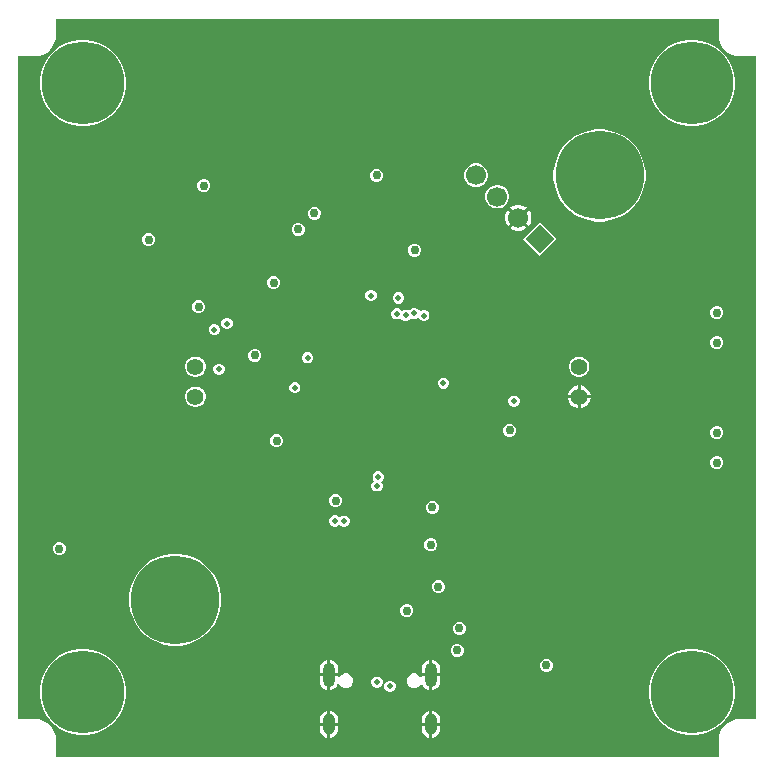
<source format=gbr>
%TF.GenerationSoftware,Altium Limited,Altium Designer,24.2.2 (26)*%
G04 Layer_Physical_Order=2*
G04 Layer_Color=36540*
%FSLAX45Y45*%
%MOMM*%
%TF.SameCoordinates,D31C6D6D-B6E9-44EC-8E0F-9CDDCF0E9FEB*%
%TF.FilePolarity,Positive*%
%TF.FileFunction,Copper,L2,Inr,Signal*%
%TF.Part,Single*%
G01*
G75*
%TA.AperFunction,ViaPad*%
%ADD59C,7.50000*%
%ADD60C,7.00000*%
%TA.AperFunction,ComponentPad*%
%ADD61C,1.40000*%
%ADD62O,1.00000X1.80000*%
%ADD63O,1.00000X2.10000*%
%ADD64C,1.70000*%
%ADD65P,2.40416X4X180.0*%
%TA.AperFunction,ViaPad*%
%ADD66C,0.60000*%
%ADD67C,0.75000*%
%ADD68C,0.50000*%
G36*
X5981113Y6159500D02*
X5981368Y6158215D01*
X5984667Y6124724D01*
X5994811Y6091283D01*
X6011284Y6060465D01*
X6033452Y6033452D01*
X6060465Y6011284D01*
X6091283Y5994811D01*
X6124724Y5984667D01*
X6158215Y5981368D01*
X6159500Y5981113D01*
X6298613D01*
Y368887D01*
X6159500D01*
X6158215Y368632D01*
X6124724Y365333D01*
X6091283Y355189D01*
X6060465Y338716D01*
X6033452Y316547D01*
X6011284Y289535D01*
X5994811Y258717D01*
X5984667Y225276D01*
X5981368Y191785D01*
X5981113Y190500D01*
Y51387D01*
X368887D01*
Y190500D01*
X368632Y191785D01*
X365333Y225276D01*
X355189Y258717D01*
X338716Y289535D01*
X316547Y316547D01*
X289535Y338716D01*
X258717Y355189D01*
X225276Y365333D01*
X191785Y368632D01*
X190500Y368887D01*
X51387D01*
Y5981113D01*
X190500D01*
X191785Y5981368D01*
X225276Y5984667D01*
X258717Y5994811D01*
X289535Y6011284D01*
X316547Y6033452D01*
X338716Y6060465D01*
X355189Y6091283D01*
X365333Y6124724D01*
X368632Y6158215D01*
X368887Y6159500D01*
Y6298613D01*
X5981113D01*
Y6159500D01*
D02*
G37*
%LPC*%
G36*
X5781826Y6118100D02*
X5724374D01*
X5667629Y6109113D01*
X5612989Y6091359D01*
X5561798Y6065276D01*
X5515318Y6031507D01*
X5474693Y5990882D01*
X5440924Y5944402D01*
X5414841Y5893211D01*
X5397087Y5838571D01*
X5388100Y5781826D01*
Y5724374D01*
X5397087Y5667629D01*
X5414841Y5612989D01*
X5440924Y5561798D01*
X5474693Y5515318D01*
X5515318Y5474693D01*
X5561798Y5440924D01*
X5612989Y5414841D01*
X5667629Y5397087D01*
X5724374Y5388100D01*
X5781826D01*
X5838571Y5397087D01*
X5893211Y5414841D01*
X5944402Y5440924D01*
X5990882Y5474693D01*
X6031507Y5515318D01*
X6065276Y5561798D01*
X6091359Y5612989D01*
X6109113Y5667629D01*
X6118100Y5724374D01*
Y5781826D01*
X6109113Y5838571D01*
X6091359Y5893211D01*
X6065276Y5944402D01*
X6031507Y5990882D01*
X5990882Y6031507D01*
X5944402Y6065276D01*
X5893211Y6091359D01*
X5838571Y6109113D01*
X5781826Y6118100D01*
D02*
G37*
G36*
X625626D02*
X568174D01*
X511429Y6109113D01*
X456789Y6091359D01*
X405598Y6065276D01*
X359118Y6031507D01*
X318493Y5990882D01*
X284724Y5944402D01*
X258641Y5893211D01*
X240887Y5838571D01*
X231900Y5781826D01*
Y5724374D01*
X240887Y5667629D01*
X258641Y5612989D01*
X284724Y5561798D01*
X318493Y5515318D01*
X359118Y5474693D01*
X405598Y5440924D01*
X456789Y5414841D01*
X511429Y5397087D01*
X568174Y5388100D01*
X625626D01*
X682371Y5397087D01*
X737011Y5414841D01*
X788202Y5440924D01*
X834682Y5474693D01*
X875307Y5515318D01*
X909076Y5561798D01*
X935159Y5612989D01*
X952913Y5667629D01*
X961900Y5724374D01*
Y5781826D01*
X952913Y5838571D01*
X935159Y5893211D01*
X909076Y5944402D01*
X875307Y5990882D01*
X834682Y6031507D01*
X788202Y6065276D01*
X737011Y6091359D01*
X682371Y6109113D01*
X625626Y6118100D01*
D02*
G37*
G36*
X3095520Y5028320D02*
X3073640D01*
X3053425Y5019947D01*
X3037954Y5004475D01*
X3029580Y4984260D01*
Y4962380D01*
X3037954Y4942165D01*
X3053425Y4926693D01*
X3073640Y4918320D01*
X3095520D01*
X3115735Y4926693D01*
X3131207Y4942165D01*
X3139580Y4962380D01*
Y4984260D01*
X3131207Y5004475D01*
X3115735Y5019947D01*
X3095520Y5028320D01*
D02*
G37*
G36*
X3938200Y5072585D02*
X3911869D01*
X3886436Y5065770D01*
X3863634Y5052605D01*
X3845015Y5033986D01*
X3831850Y5011184D01*
X3825035Y4985751D01*
Y4959420D01*
X3831850Y4933987D01*
X3845015Y4911184D01*
X3863634Y4892565D01*
X3886436Y4879400D01*
X3911869Y4872586D01*
X3938200D01*
X3963633Y4879400D01*
X3986436Y4892565D01*
X4005055Y4911184D01*
X4018220Y4933987D01*
X4025034Y4959420D01*
Y4985751D01*
X4018220Y5011184D01*
X4005055Y5033986D01*
X3986436Y5052605D01*
X3963633Y5065770D01*
X3938200Y5072585D01*
D02*
G37*
G36*
X1632595Y4940824D02*
X1610715D01*
X1590500Y4932451D01*
X1575029Y4916979D01*
X1566655Y4896764D01*
Y4874884D01*
X1575029Y4854669D01*
X1590500Y4839198D01*
X1610715Y4830824D01*
X1632595D01*
X1652810Y4839198D01*
X1668282Y4854669D01*
X1676655Y4874884D01*
Y4896764D01*
X1668282Y4916979D01*
X1652810Y4932451D01*
X1632595Y4940824D01*
D02*
G37*
G36*
X4117805Y4892980D02*
X4091475D01*
X4066041Y4886165D01*
X4043239Y4873000D01*
X4024620Y4854381D01*
X4011455Y4831579D01*
X4004640Y4806145D01*
Y4779815D01*
X4011455Y4754381D01*
X4024620Y4731579D01*
X4043239Y4712960D01*
X4066041Y4699795D01*
X4091475Y4692980D01*
X4117805D01*
X4143239Y4699795D01*
X4166041Y4712960D01*
X4184660Y4731579D01*
X4197825Y4754381D01*
X4204640Y4779815D01*
Y4806145D01*
X4197825Y4831579D01*
X4184660Y4854381D01*
X4166041Y4873000D01*
X4143239Y4886165D01*
X4117805Y4892980D01*
D02*
G37*
G36*
X4298779Y4723775D02*
X4269711D01*
X4241632Y4716251D01*
X4216458Y4701717D01*
X4215161Y4700420D01*
X4284245Y4631336D01*
X4353329Y4700420D01*
X4352032Y4701717D01*
X4326858Y4716251D01*
X4298779Y4723775D01*
D02*
G37*
G36*
X2567585Y4706875D02*
X2545705D01*
X2525490Y4698502D01*
X2510018Y4683030D01*
X2501645Y4662815D01*
Y4640935D01*
X2510018Y4620720D01*
X2525490Y4605249D01*
X2545705Y4596875D01*
X2567585D01*
X2587800Y4605249D01*
X2603271Y4620720D01*
X2611645Y4640935D01*
Y4662815D01*
X2603271Y4683030D01*
X2587800Y4698502D01*
X2567585Y4706875D01*
D02*
G37*
G36*
X5001753Y5361059D02*
X4940366D01*
X4879734Y5351456D01*
X4821351Y5332487D01*
X4766655Y5304617D01*
X4716991Y5268535D01*
X4673584Y5225127D01*
X4637502Y5175464D01*
X4609632Y5120768D01*
X4590662Y5062385D01*
X4581059Y5001753D01*
Y4940366D01*
X4590662Y4879734D01*
X4609632Y4821351D01*
X4637502Y4766655D01*
X4673584Y4716991D01*
X4716991Y4673584D01*
X4766655Y4637502D01*
X4821351Y4609632D01*
X4879734Y4590662D01*
X4940366Y4581059D01*
X5001753D01*
X5062385Y4590662D01*
X5120768Y4609632D01*
X5175464Y4637502D01*
X5225127Y4673584D01*
X5268535Y4716991D01*
X5304617Y4766655D01*
X5332487Y4821351D01*
X5351456Y4879734D01*
X5361059Y4940366D01*
Y5001753D01*
X5351456Y5062385D01*
X5332487Y5120768D01*
X5304617Y5175464D01*
X5268535Y5225127D01*
X5225127Y5268535D01*
X5175464Y5304617D01*
X5120768Y5332487D01*
X5062385Y5351456D01*
X5001753Y5361059D01*
D02*
G37*
G36*
X4371289Y4682459D02*
X4302206Y4613375D01*
X4371289Y4544291D01*
X4372587Y4545588D01*
X4387121Y4570762D01*
X4394645Y4598841D01*
Y4627909D01*
X4387121Y4655988D01*
X4372587Y4681162D01*
X4371289Y4682459D01*
D02*
G37*
G36*
X4197200D02*
X4195903Y4681162D01*
X4181369Y4655988D01*
X4173845Y4627909D01*
Y4598841D01*
X4181369Y4570762D01*
X4195903Y4545588D01*
X4197200Y4544291D01*
X4266284Y4613375D01*
X4197200Y4682459D01*
D02*
G37*
G36*
X4284245Y4595414D02*
X4215161Y4526331D01*
X4216458Y4525033D01*
X4241632Y4510499D01*
X4269711Y4502975D01*
X4298779D01*
X4326858Y4510499D01*
X4352032Y4525033D01*
X4353329Y4526331D01*
X4284245Y4595414D01*
D02*
G37*
G36*
X2429892Y4568974D02*
X2408012D01*
X2387797Y4560601D01*
X2372325Y4545129D01*
X2363952Y4524914D01*
Y4503034D01*
X2372325Y4482820D01*
X2387797Y4467348D01*
X2408012Y4458975D01*
X2429892D01*
X2450107Y4467348D01*
X2465579Y4482820D01*
X2473952Y4503034D01*
Y4524914D01*
X2465579Y4545129D01*
X2450107Y4560601D01*
X2429892Y4568974D01*
D02*
G37*
G36*
X1165484Y4483330D02*
X1143604D01*
X1123389Y4474957D01*
X1107917Y4459485D01*
X1099544Y4439271D01*
Y4417390D01*
X1107917Y4397176D01*
X1123389Y4381704D01*
X1143604Y4373331D01*
X1165484D01*
X1185698Y4381704D01*
X1201170Y4397176D01*
X1209543Y4417390D01*
Y4439271D01*
X1201170Y4459485D01*
X1185698Y4474957D01*
X1165484Y4483330D01*
D02*
G37*
G36*
X4463850Y4575191D02*
X4322429Y4433770D01*
X4463850Y4292349D01*
X4605271Y4433770D01*
X4463850Y4575191D01*
D02*
G37*
G36*
X3416243Y4394977D02*
X3394363D01*
X3374148Y4386603D01*
X3358676Y4371132D01*
X3350303Y4350917D01*
Y4329037D01*
X3358676Y4308822D01*
X3374148Y4293350D01*
X3394363Y4284977D01*
X3416243D01*
X3436457Y4293350D01*
X3451929Y4308822D01*
X3460302Y4329037D01*
Y4350917D01*
X3451929Y4371132D01*
X3436457Y4386603D01*
X3416243Y4394977D01*
D02*
G37*
G36*
X2224104Y4117900D02*
X2202224D01*
X2182009Y4109527D01*
X2166538Y4094055D01*
X2158164Y4073840D01*
Y4051960D01*
X2166538Y4031746D01*
X2182009Y4016274D01*
X2202224Y4007901D01*
X2224104D01*
X2244319Y4016274D01*
X2259791Y4031746D01*
X2268164Y4051960D01*
Y4073840D01*
X2259791Y4094055D01*
X2244319Y4109527D01*
X2224104Y4117900D01*
D02*
G37*
G36*
X3045116Y4001912D02*
X3026220D01*
X3008762Y3994680D01*
X2995400Y3981318D01*
X2988168Y3963860D01*
Y3944964D01*
X2995400Y3927505D01*
X3008762Y3914144D01*
X3026220Y3906912D01*
X3045116D01*
X3062575Y3914144D01*
X3075936Y3927505D01*
X3083168Y3944964D01*
Y3963860D01*
X3075936Y3981318D01*
X3062575Y3994680D01*
X3045116Y4001912D01*
D02*
G37*
G36*
X3278428Y3981960D02*
X3259532D01*
X3242074Y3974728D01*
X3228712Y3961366D01*
X3221480Y3943908D01*
Y3925012D01*
X3228712Y3907554D01*
X3242074Y3894192D01*
X3259532Y3886960D01*
X3278428D01*
X3295886Y3894192D01*
X3309248Y3907554D01*
X3316480Y3925012D01*
Y3943908D01*
X3309248Y3961366D01*
X3295886Y3974728D01*
X3278428Y3981960D01*
D02*
G37*
G36*
X3412658Y3851637D02*
X3393762D01*
X3376303Y3844406D01*
X3362942Y3831044D01*
X3348845Y3830199D01*
X3339315Y3834147D01*
X3320419D01*
X3308588Y3829246D01*
X3295892Y3826710D01*
X3282530Y3840072D01*
X3265072Y3847303D01*
X3246176D01*
X3228717Y3840072D01*
X3215356Y3826710D01*
X3208124Y3809252D01*
Y3790355D01*
X3215356Y3772897D01*
X3228717Y3759535D01*
X3246176Y3752304D01*
X3265072D01*
X3276903Y3757204D01*
X3289599Y3759740D01*
X3302960Y3746378D01*
X3320419Y3739147D01*
X3339315D01*
X3356773Y3746378D01*
X3370135Y3759740D01*
X3384232Y3760585D01*
X3393762Y3756638D01*
X3412658D01*
X3430014Y3763827D01*
X3441849Y3761309D01*
X3442974Y3758595D01*
X3456335Y3745234D01*
X3473794Y3738002D01*
X3492690D01*
X3510148Y3745234D01*
X3523510Y3758595D01*
X3530742Y3776054D01*
Y3794950D01*
X3523510Y3812408D01*
X3510148Y3825770D01*
X3492690Y3833002D01*
X3473794D01*
X3456438Y3825813D01*
X3444602Y3828330D01*
X3443478Y3831044D01*
X3430116Y3844406D01*
X3412658Y3851637D01*
D02*
G37*
G36*
X1587978Y3913562D02*
X1566098D01*
X1545883Y3905189D01*
X1530412Y3889717D01*
X1522038Y3869503D01*
Y3847622D01*
X1530412Y3827408D01*
X1545883Y3811936D01*
X1566098Y3803563D01*
X1587978D01*
X1608193Y3811936D01*
X1623665Y3827408D01*
X1632038Y3847622D01*
Y3869503D01*
X1623665Y3889717D01*
X1608193Y3905189D01*
X1587978Y3913562D01*
D02*
G37*
G36*
X5976340Y3865000D02*
X5954460D01*
X5934245Y3856627D01*
X5918774Y3841155D01*
X5910400Y3820940D01*
Y3799060D01*
X5918774Y3778845D01*
X5934245Y3763373D01*
X5954460Y3755000D01*
X5976340D01*
X5996555Y3763373D01*
X6012027Y3778845D01*
X6020400Y3799060D01*
Y3820940D01*
X6012027Y3841155D01*
X5996555Y3856627D01*
X5976340Y3865000D01*
D02*
G37*
G36*
X1827370Y3764825D02*
X1808474D01*
X1791016Y3757594D01*
X1777654Y3744232D01*
X1770422Y3726774D01*
Y3707877D01*
X1777654Y3690419D01*
X1791016Y3677057D01*
X1808474Y3669826D01*
X1827370D01*
X1844829Y3677057D01*
X1858191Y3690419D01*
X1865422Y3707877D01*
Y3726774D01*
X1858191Y3744232D01*
X1844829Y3757594D01*
X1827370Y3764825D01*
D02*
G37*
G36*
X1719442Y3713064D02*
X1700546D01*
X1683088Y3705833D01*
X1669726Y3692471D01*
X1662494Y3675013D01*
Y3656116D01*
X1669726Y3638658D01*
X1683088Y3625296D01*
X1700546Y3618065D01*
X1719442D01*
X1736901Y3625296D01*
X1750262Y3638658D01*
X1757494Y3656116D01*
Y3675013D01*
X1750262Y3692471D01*
X1736901Y3705833D01*
X1719442Y3713064D01*
D02*
G37*
G36*
X5976340Y3611000D02*
X5954460D01*
X5934245Y3602627D01*
X5918774Y3587155D01*
X5910400Y3566940D01*
Y3545060D01*
X5918774Y3524845D01*
X5934245Y3509373D01*
X5954460Y3501000D01*
X5976340D01*
X5996555Y3509373D01*
X6012027Y3524845D01*
X6020400Y3545060D01*
Y3566940D01*
X6012027Y3587155D01*
X5996555Y3602627D01*
X5976340Y3611000D01*
D02*
G37*
G36*
X2063743Y3502674D02*
X2041863D01*
X2021648Y3494300D01*
X2006176Y3478829D01*
X1997803Y3458614D01*
Y3436734D01*
X2006176Y3416519D01*
X2021648Y3401047D01*
X2041863Y3392674D01*
X2063743D01*
X2083958Y3401047D01*
X2099429Y3416519D01*
X2107803Y3436734D01*
Y3458614D01*
X2099429Y3478829D01*
X2083958Y3494300D01*
X2063743Y3502674D01*
D02*
G37*
G36*
X2508329Y3474439D02*
X2489433D01*
X2471974Y3467207D01*
X2458613Y3453845D01*
X2451381Y3436387D01*
Y3417490D01*
X2458613Y3400032D01*
X2471974Y3386670D01*
X2489433Y3379439D01*
X2508329D01*
X2525787Y3386670D01*
X2539149Y3400032D01*
X2546381Y3417490D01*
Y3436387D01*
X2539149Y3453845D01*
X2525787Y3467207D01*
X2508329Y3474439D01*
D02*
G37*
G36*
X1759508Y3377440D02*
X1740612D01*
X1723154Y3370208D01*
X1709792Y3356846D01*
X1702560Y3339388D01*
Y3320492D01*
X1709792Y3303034D01*
X1723154Y3289672D01*
X1740612Y3282440D01*
X1759508D01*
X1776966Y3289672D01*
X1790328Y3303034D01*
X1797560Y3320492D01*
Y3339388D01*
X1790328Y3356846D01*
X1776966Y3370208D01*
X1759508Y3377440D01*
D02*
G37*
G36*
X4810990Y3437800D02*
X4788609D01*
X4766991Y3432007D01*
X4747609Y3420817D01*
X4731783Y3404991D01*
X4720593Y3385609D01*
X4714800Y3363990D01*
Y3341610D01*
X4720593Y3319991D01*
X4731783Y3300609D01*
X4747609Y3284783D01*
X4766991Y3273593D01*
X4788609Y3267800D01*
X4810990D01*
X4832609Y3273593D01*
X4851991Y3284783D01*
X4867817Y3300609D01*
X4879007Y3319991D01*
X4884800Y3341610D01*
Y3363990D01*
X4879007Y3385609D01*
X4867817Y3404991D01*
X4851991Y3420817D01*
X4832609Y3432007D01*
X4810990Y3437800D01*
D02*
G37*
G36*
X1561391D02*
X1539010D01*
X1517391Y3432007D01*
X1498009Y3420817D01*
X1482183Y3404991D01*
X1470993Y3385609D01*
X1465200Y3363990D01*
Y3341610D01*
X1470993Y3319991D01*
X1482183Y3300609D01*
X1498009Y3284783D01*
X1517391Y3273593D01*
X1539010Y3267800D01*
X1561391D01*
X1583009Y3273593D01*
X1602391Y3284783D01*
X1618217Y3300609D01*
X1629407Y3319991D01*
X1635200Y3341610D01*
Y3363990D01*
X1629407Y3385609D01*
X1618217Y3404991D01*
X1602391Y3420817D01*
X1583009Y3432007D01*
X1561391Y3437800D01*
D02*
G37*
G36*
X3659428Y3258912D02*
X3640532D01*
X3623074Y3251680D01*
X3609712Y3238318D01*
X3602480Y3220860D01*
Y3201964D01*
X3609712Y3184505D01*
X3623074Y3171144D01*
X3640532Y3163912D01*
X3659428D01*
X3676886Y3171144D01*
X3690248Y3184505D01*
X3697480Y3201964D01*
Y3220860D01*
X3690248Y3238318D01*
X3676886Y3251680D01*
X3659428Y3258912D01*
D02*
G37*
G36*
X2400742Y3221626D02*
X2381845D01*
X2364387Y3214395D01*
X2351025Y3201033D01*
X2343794Y3183575D01*
Y3164678D01*
X2351025Y3147220D01*
X2364387Y3133858D01*
X2381845Y3126626D01*
X2400742D01*
X2418200Y3133858D01*
X2431562Y3147220D01*
X2438793Y3164678D01*
Y3183575D01*
X2431562Y3201033D01*
X2418200Y3214395D01*
X2400742Y3221626D01*
D02*
G37*
G36*
X4812500Y3194162D02*
Y3111500D01*
X4895162D01*
X4888698Y3135623D01*
X4876139Y3157377D01*
X4858377Y3175139D01*
X4836623Y3187698D01*
X4812500Y3194162D01*
D02*
G37*
G36*
X4787100D02*
X4762977Y3187698D01*
X4741223Y3175139D01*
X4723461Y3157377D01*
X4710901Y3135623D01*
X4704438Y3111500D01*
X4787100D01*
Y3194162D01*
D02*
G37*
G36*
X1561391Y3183800D02*
X1539010D01*
X1517391Y3178007D01*
X1498009Y3166817D01*
X1482183Y3150991D01*
X1470993Y3131609D01*
X1465200Y3109990D01*
Y3087610D01*
X1470993Y3065991D01*
X1482183Y3046609D01*
X1498009Y3030783D01*
X1517391Y3019593D01*
X1539010Y3013800D01*
X1561391D01*
X1583009Y3019593D01*
X1602391Y3030783D01*
X1618217Y3046609D01*
X1629407Y3065991D01*
X1635200Y3087610D01*
Y3109990D01*
X1629407Y3131609D01*
X1618217Y3150991D01*
X1602391Y3166817D01*
X1583009Y3178007D01*
X1561391Y3183800D01*
D02*
G37*
G36*
X4257255Y3107393D02*
X4238358D01*
X4220900Y3100161D01*
X4207538Y3086800D01*
X4200307Y3069341D01*
Y3050445D01*
X4207538Y3032987D01*
X4220900Y3019625D01*
X4238358Y3012393D01*
X4257255D01*
X4274713Y3019625D01*
X4288075Y3032987D01*
X4295306Y3050445D01*
Y3069341D01*
X4288075Y3086800D01*
X4274713Y3100161D01*
X4257255Y3107393D01*
D02*
G37*
G36*
X4895162Y3086100D02*
X4812500D01*
Y3003438D01*
X4836623Y3009902D01*
X4858377Y3022461D01*
X4876139Y3040223D01*
X4888698Y3061977D01*
X4895162Y3086100D01*
D02*
G37*
G36*
X4787100D02*
X4704438D01*
X4710901Y3061977D01*
X4723461Y3040223D01*
X4741223Y3022461D01*
X4762977Y3009902D01*
X4787100Y3003438D01*
Y3086100D01*
D02*
G37*
G36*
X4221849Y2869226D02*
X4199969D01*
X4179754Y2860852D01*
X4164282Y2845381D01*
X4155909Y2825166D01*
Y2803286D01*
X4164282Y2783071D01*
X4179754Y2767599D01*
X4199969Y2759226D01*
X4221849D01*
X4242064Y2767599D01*
X4257535Y2783071D01*
X4265909Y2803286D01*
Y2825166D01*
X4257535Y2845381D01*
X4242064Y2860852D01*
X4221849Y2869226D01*
D02*
G37*
G36*
X5976340Y2849000D02*
X5954460D01*
X5934245Y2840627D01*
X5918774Y2825155D01*
X5910400Y2804940D01*
Y2783060D01*
X5918774Y2762845D01*
X5934245Y2747373D01*
X5954460Y2739000D01*
X5976340D01*
X5996555Y2747373D01*
X6012027Y2762845D01*
X6020400Y2783060D01*
Y2804940D01*
X6012027Y2825155D01*
X5996555Y2840627D01*
X5976340Y2849000D01*
D02*
G37*
G36*
X2247496Y2778259D02*
X2225616D01*
X2205401Y2769886D01*
X2189930Y2754414D01*
X2181556Y2734199D01*
Y2712319D01*
X2189930Y2692104D01*
X2205401Y2676633D01*
X2225616Y2668259D01*
X2247496D01*
X2267711Y2676633D01*
X2283183Y2692104D01*
X2291556Y2712319D01*
Y2734199D01*
X2283183Y2754414D01*
X2267711Y2769886D01*
X2247496Y2778259D01*
D02*
G37*
G36*
X5976340Y2595000D02*
X5954460D01*
X5934245Y2586627D01*
X5918774Y2571155D01*
X5910400Y2550940D01*
Y2529060D01*
X5918774Y2508845D01*
X5934245Y2493373D01*
X5954460Y2485000D01*
X5976340D01*
X5996555Y2493373D01*
X6012027Y2508845D01*
X6020400Y2529060D01*
Y2550940D01*
X6012027Y2571155D01*
X5996555Y2586627D01*
X5976340Y2595000D01*
D02*
G37*
G36*
X3107121Y2465270D02*
X3088224D01*
X3070766Y2458039D01*
X3057404Y2444677D01*
X3050173Y2427219D01*
Y2408322D01*
X3057404Y2390864D01*
X3060858Y2387410D01*
X3060061Y2383403D01*
X3046700Y2370041D01*
X3039468Y2352583D01*
Y2333686D01*
X3046700Y2316228D01*
X3060061Y2302866D01*
X3077520Y2295635D01*
X3096416D01*
X3113874Y2302866D01*
X3127236Y2316228D01*
X3134468Y2333686D01*
Y2352583D01*
X3127236Y2370041D01*
X3123782Y2373495D01*
X3124579Y2377502D01*
X3137941Y2390864D01*
X3145173Y2408322D01*
Y2427219D01*
X3137941Y2444677D01*
X3124579Y2458039D01*
X3107121Y2465270D01*
D02*
G37*
G36*
X2747962Y2273710D02*
X2726082D01*
X2705867Y2265337D01*
X2690395Y2249865D01*
X2682022Y2229650D01*
Y2207770D01*
X2690395Y2187555D01*
X2705867Y2172084D01*
X2726082Y2163710D01*
X2747962D01*
X2768177Y2172084D01*
X2783648Y2187555D01*
X2792022Y2207770D01*
Y2229650D01*
X2783648Y2249865D01*
X2768177Y2265337D01*
X2747962Y2273710D01*
D02*
G37*
G36*
X3567332Y2217271D02*
X3545452D01*
X3525238Y2208897D01*
X3509766Y2193426D01*
X3501393Y2173211D01*
Y2151331D01*
X3509766Y2131116D01*
X3525238Y2115644D01*
X3545452Y2107271D01*
X3567332D01*
X3587547Y2115644D01*
X3603019Y2131116D01*
X3611392Y2151331D01*
Y2173211D01*
X3603019Y2193426D01*
X3587547Y2208897D01*
X3567332Y2217271D01*
D02*
G37*
G36*
X2739647Y2092320D02*
X2720750D01*
X2703292Y2085089D01*
X2689930Y2071727D01*
X2682699Y2054269D01*
Y2035372D01*
X2689930Y2017914D01*
X2703292Y2004552D01*
X2720750Y1997321D01*
X2739647D01*
X2757105Y2004552D01*
X2768782Y2016229D01*
X2781252Y2003759D01*
X2798710Y1996527D01*
X2817607D01*
X2835065Y2003759D01*
X2848427Y2017120D01*
X2855658Y2034579D01*
Y2053475D01*
X2848427Y2070933D01*
X2835065Y2084295D01*
X2817607Y2091527D01*
X2798710D01*
X2781252Y2084295D01*
X2769575Y2072619D01*
X2757105Y2085089D01*
X2739647Y2092320D01*
D02*
G37*
G36*
X3554609Y1898681D02*
X3532729D01*
X3512514Y1890308D01*
X3497043Y1874836D01*
X3488669Y1854621D01*
Y1832741D01*
X3497043Y1812526D01*
X3512514Y1797055D01*
X3532729Y1788681D01*
X3554609D01*
X3574824Y1797055D01*
X3590296Y1812526D01*
X3598669Y1832741D01*
Y1854621D01*
X3590296Y1874836D01*
X3574824Y1890308D01*
X3554609Y1898681D01*
D02*
G37*
G36*
X407180Y1867360D02*
X385300D01*
X365085Y1858987D01*
X349613Y1843515D01*
X341240Y1823300D01*
Y1801420D01*
X349613Y1781205D01*
X365085Y1765734D01*
X385300Y1757360D01*
X407180D01*
X427395Y1765734D01*
X442867Y1781205D01*
X451240Y1801420D01*
Y1823300D01*
X442867Y1843515D01*
X427395Y1858987D01*
X407180Y1867360D01*
D02*
G37*
G36*
X3617740Y1543440D02*
X3595860D01*
X3575645Y1535067D01*
X3560173Y1519595D01*
X3551800Y1499380D01*
Y1477500D01*
X3560173Y1457285D01*
X3575645Y1441813D01*
X3595860Y1433440D01*
X3617740D01*
X3637955Y1441813D01*
X3653427Y1457285D01*
X3661800Y1477500D01*
Y1499380D01*
X3653427Y1519595D01*
X3637955Y1535067D01*
X3617740Y1543440D01*
D02*
G37*
G36*
X3351040Y1342780D02*
X3329160D01*
X3308945Y1334407D01*
X3293473Y1318935D01*
X3285100Y1298720D01*
Y1276840D01*
X3293473Y1256625D01*
X3308945Y1241153D01*
X3329160Y1232780D01*
X3351040D01*
X3371255Y1241153D01*
X3386727Y1256625D01*
X3395100Y1276840D01*
Y1298720D01*
X3386727Y1318935D01*
X3371255Y1334407D01*
X3351040Y1342780D01*
D02*
G37*
G36*
X3794320Y1192920D02*
X3772440D01*
X3752225Y1184547D01*
X3736754Y1169075D01*
X3728380Y1148860D01*
Y1126980D01*
X3736754Y1106765D01*
X3752225Y1091293D01*
X3772440Y1082920D01*
X3794320D01*
X3814535Y1091293D01*
X3830007Y1106765D01*
X3838380Y1126980D01*
Y1148860D01*
X3830007Y1169075D01*
X3814535Y1184547D01*
X3794320Y1192920D01*
D02*
G37*
G36*
X1409634Y1768941D02*
X1348247D01*
X1287615Y1759338D01*
X1229232Y1740368D01*
X1174536Y1712498D01*
X1124873Y1676416D01*
X1081465Y1633009D01*
X1045383Y1583345D01*
X1017513Y1528649D01*
X998544Y1470266D01*
X988941Y1409634D01*
Y1348247D01*
X998544Y1287615D01*
X1017513Y1229232D01*
X1045383Y1174536D01*
X1081465Y1124873D01*
X1124873Y1081465D01*
X1174536Y1045383D01*
X1229232Y1017513D01*
X1287615Y998544D01*
X1348247Y988941D01*
X1409634D01*
X1470266Y998544D01*
X1528649Y1017513D01*
X1583345Y1045383D01*
X1633009Y1081465D01*
X1676416Y1124873D01*
X1712498Y1174536D01*
X1740368Y1229232D01*
X1759338Y1287615D01*
X1768941Y1348247D01*
Y1409634D01*
X1759338Y1470266D01*
X1740368Y1528649D01*
X1712498Y1583345D01*
X1676416Y1633009D01*
X1633009Y1676416D01*
X1583345Y1712498D01*
X1528649Y1740368D01*
X1470266Y1759338D01*
X1409634Y1768941D01*
D02*
G37*
G36*
X3775654Y1005133D02*
X3753774D01*
X3733559Y996759D01*
X3718087Y981288D01*
X3709714Y961073D01*
Y939193D01*
X3718087Y918978D01*
X3733559Y903506D01*
X3753774Y895133D01*
X3775654D01*
X3795868Y903506D01*
X3811340Y918978D01*
X3819713Y939193D01*
Y961073D01*
X3811340Y981288D01*
X3795868Y996759D01*
X3775654Y1005133D01*
D02*
G37*
G36*
X4530735Y879365D02*
X4508855D01*
X4488640Y870991D01*
X4473169Y855520D01*
X4464795Y835305D01*
Y813425D01*
X4473169Y793210D01*
X4488640Y777738D01*
X4508855Y769365D01*
X4530735D01*
X4550950Y777738D01*
X4566422Y793210D01*
X4574795Y813425D01*
Y835305D01*
X4566422Y855520D01*
X4550950Y870991D01*
X4530735Y879365D01*
D02*
G37*
G36*
X2692200Y871679D02*
Y755000D01*
X2755551D01*
Y797300D01*
X2752959Y816984D01*
X2745362Y835325D01*
X2733276Y851076D01*
X2717525Y863162D01*
X2699184Y870759D01*
X2692200Y871679D01*
D02*
G37*
G36*
X2666800Y871679D02*
X2659817Y870759D01*
X2641475Y863162D01*
X2625724Y851076D01*
X2613638Y835325D01*
X2606041Y816984D01*
X2603449Y797300D01*
Y755000D01*
X2666800D01*
Y871679D01*
D02*
G37*
G36*
X3556200D02*
Y755000D01*
X3619551D01*
Y797300D01*
X3616959Y816984D01*
X3609362Y835325D01*
X3597276Y851076D01*
X3581525Y863162D01*
X3563183Y870759D01*
X3556200Y871679D01*
D02*
G37*
G36*
X3530800Y871679D02*
X3523816Y870759D01*
X3505475Y863162D01*
X3489724Y851076D01*
X3477638Y835325D01*
X3470041Y816984D01*
X3467449Y797300D01*
Y755000D01*
X3530800D01*
Y871679D01*
D02*
G37*
G36*
X2834932Y754800D02*
X2810068D01*
X2787097Y745285D01*
X2769515Y727704D01*
X2768251Y724651D01*
X2755551Y727177D01*
Y729600D01*
X2692200D01*
Y612921D01*
X2699184Y613841D01*
X2717525Y621438D01*
X2733276Y633524D01*
X2745362Y649275D01*
X2752144Y665648D01*
X2758340Y667075D01*
X2765602Y666345D01*
X2769515Y656897D01*
X2787097Y639315D01*
X2810068Y629800D01*
X2834932D01*
X2857904Y639315D01*
X2875485Y656897D01*
X2885000Y679868D01*
Y704732D01*
X2875485Y727704D01*
X2857904Y745285D01*
X2834932Y754800D01*
D02*
G37*
G36*
X3095729Y728701D02*
X3076833D01*
X3059374Y721469D01*
X3046012Y708108D01*
X3038781Y690649D01*
Y671753D01*
X3046012Y654295D01*
X3059374Y640933D01*
X3076833Y633701D01*
X3095729D01*
X3113187Y640933D01*
X3126549Y654295D01*
X3133781Y671753D01*
Y690649D01*
X3126549Y708108D01*
X3113187Y721469D01*
X3095729Y728701D01*
D02*
G37*
G36*
X3619551Y729600D02*
X3556200D01*
Y612921D01*
X3563183Y613841D01*
X3581525Y621438D01*
X3597276Y633524D01*
X3609362Y649275D01*
X3616959Y667616D01*
X3619551Y687300D01*
Y729600D01*
D02*
G37*
G36*
X2666800Y729600D02*
X2603449D01*
Y687300D01*
X2606041Y667616D01*
X2613638Y649275D01*
X2625724Y633524D01*
X2641475Y621438D01*
X2659817Y613841D01*
X2666800Y612921D01*
Y729600D01*
D02*
G37*
G36*
X3412932Y754800D02*
X3388068D01*
X3365096Y745285D01*
X3347515Y727704D01*
X3338000Y704732D01*
Y679868D01*
X3347515Y656897D01*
X3365096Y639315D01*
X3388068Y629800D01*
X3412932D01*
X3435903Y639315D01*
X3453485Y656897D01*
X3457398Y666345D01*
X3464660Y667075D01*
X3470856Y665648D01*
X3477638Y649275D01*
X3489724Y633524D01*
X3505475Y621438D01*
X3523816Y613841D01*
X3530800Y612921D01*
Y729600D01*
X3467449D01*
Y727177D01*
X3454749Y724651D01*
X3453485Y727704D01*
X3435903Y745285D01*
X3412932Y754800D01*
D02*
G37*
G36*
X3205790Y693229D02*
X3186893D01*
X3169435Y685998D01*
X3156073Y672636D01*
X3148842Y655178D01*
Y636281D01*
X3156073Y618823D01*
X3169435Y605461D01*
X3186893Y598230D01*
X3205790D01*
X3223248Y605461D01*
X3236610Y618823D01*
X3243841Y636281D01*
Y655178D01*
X3236610Y672636D01*
X3223248Y685998D01*
X3205790Y693229D01*
D02*
G37*
G36*
X2692200Y438679D02*
Y337000D01*
X2755551D01*
Y364300D01*
X2752959Y383983D01*
X2745362Y402325D01*
X2733276Y418076D01*
X2717525Y430162D01*
X2699184Y437759D01*
X2692200Y438679D01*
D02*
G37*
G36*
X2666800Y438679D02*
X2659817Y437759D01*
X2641475Y430162D01*
X2625724Y418076D01*
X2613638Y402325D01*
X2606041Y383983D01*
X2603449Y364300D01*
Y337000D01*
X2666800D01*
Y438679D01*
D02*
G37*
G36*
X3556200D02*
Y337000D01*
X3619551D01*
Y364300D01*
X3616959Y383983D01*
X3609362Y402325D01*
X3597276Y418076D01*
X3581525Y430162D01*
X3563183Y437759D01*
X3556200Y438679D01*
D02*
G37*
G36*
X3530800Y438679D02*
X3523816Y437759D01*
X3505475Y430162D01*
X3489724Y418076D01*
X3477638Y402325D01*
X3470041Y383983D01*
X3467449Y364300D01*
Y337000D01*
X3530800D01*
Y438679D01*
D02*
G37*
G36*
X5781826Y961900D02*
X5724374D01*
X5667629Y952913D01*
X5612989Y935159D01*
X5561798Y909076D01*
X5515318Y875307D01*
X5474693Y834682D01*
X5440924Y788202D01*
X5414841Y737011D01*
X5397087Y682371D01*
X5388100Y625626D01*
Y568174D01*
X5397087Y511429D01*
X5414841Y456789D01*
X5440924Y405598D01*
X5474693Y359118D01*
X5515318Y318493D01*
X5561798Y284724D01*
X5612989Y258641D01*
X5667629Y240887D01*
X5724374Y231900D01*
X5781826D01*
X5838571Y240887D01*
X5893211Y258641D01*
X5944402Y284724D01*
X5990882Y318493D01*
X6031507Y359118D01*
X6065276Y405598D01*
X6091359Y456789D01*
X6109113Y511429D01*
X6118100Y568174D01*
Y625626D01*
X6109113Y682371D01*
X6091359Y737011D01*
X6065276Y788202D01*
X6031507Y834682D01*
X5990882Y875307D01*
X5944402Y909076D01*
X5893211Y935159D01*
X5838571Y952913D01*
X5781826Y961900D01*
D02*
G37*
G36*
X625626D02*
X568174D01*
X511429Y952913D01*
X456789Y935159D01*
X405598Y909076D01*
X359118Y875307D01*
X318493Y834682D01*
X284724Y788202D01*
X258641Y737011D01*
X240887Y682371D01*
X231900Y625626D01*
Y568174D01*
X240887Y511429D01*
X258641Y456789D01*
X284724Y405598D01*
X318493Y359118D01*
X359118Y318493D01*
X405598Y284724D01*
X456789Y258641D01*
X511429Y240887D01*
X568174Y231900D01*
X625626D01*
X682371Y240887D01*
X737011Y258641D01*
X788202Y284724D01*
X834682Y318493D01*
X875307Y359118D01*
X909076Y405598D01*
X935159Y456789D01*
X952913Y511429D01*
X961900Y568174D01*
Y625626D01*
X952913Y682371D01*
X935159Y737011D01*
X909076Y788202D01*
X875307Y834682D01*
X834682Y875307D01*
X788202Y909076D01*
X737011Y935159D01*
X682371Y952913D01*
X625626Y961900D01*
D02*
G37*
G36*
X3619551Y311600D02*
X3556200D01*
Y209922D01*
X3563183Y210841D01*
X3581525Y218438D01*
X3597276Y230524D01*
X3609362Y246275D01*
X3616959Y264617D01*
X3619551Y284300D01*
Y311600D01*
D02*
G37*
G36*
X2666800Y311600D02*
X2603449D01*
Y284300D01*
X2606041Y264617D01*
X2613638Y246275D01*
X2625724Y230524D01*
X2641475Y218438D01*
X2659817Y210841D01*
X2666800Y209922D01*
Y311600D01*
D02*
G37*
G36*
X2755551D02*
X2692200D01*
Y209921D01*
X2699184Y210841D01*
X2717525Y218438D01*
X2733276Y230524D01*
X2745362Y246275D01*
X2752959Y264617D01*
X2755551Y284300D01*
Y311600D01*
D02*
G37*
G36*
X3530800Y311600D02*
X3467449D01*
Y284300D01*
X3470041Y264617D01*
X3477638Y246275D01*
X3489724Y230524D01*
X3505475Y218438D01*
X3523816Y210841D01*
X3530800Y209921D01*
Y311600D01*
D02*
G37*
%LPD*%
D59*
X1378941Y1378941D02*
D03*
X4971059Y4971059D02*
D03*
D60*
X5753100Y596900D02*
D03*
Y5753100D02*
D03*
X596900D02*
D03*
Y596900D02*
D03*
D61*
X1550200Y3098800D02*
D03*
Y3352800D02*
D03*
X4799800Y3098800D02*
D03*
Y3352800D02*
D03*
D62*
X2679500Y324300D02*
D03*
X3543500D02*
D03*
D63*
Y742300D02*
D03*
X2679500D02*
D03*
D64*
X3925035Y4972585D02*
D03*
X4104640Y4792980D02*
D03*
X4284245Y4613375D02*
D03*
D65*
X4463850Y4433770D02*
D03*
D66*
X6060005Y5460004D02*
D03*
X6160005Y5260004D02*
D03*
X6060005Y5060004D02*
D03*
X6160005Y4860004D02*
D03*
X6060005Y4660004D02*
D03*
X6160005Y4460004D02*
D03*
X6060005Y4260004D02*
D03*
X6160005Y4060004D02*
D03*
Y3660003D02*
D03*
X6060005Y3460003D02*
D03*
Y2660003D02*
D03*
Y2260003D02*
D03*
X6160005Y2060002D02*
D03*
X6060005Y1860002D02*
D03*
X6160005Y1660002D02*
D03*
X6060005Y1460002D02*
D03*
X6160005Y1260002D02*
D03*
X6060005Y1060002D02*
D03*
X6160005Y860002D02*
D03*
Y460002D02*
D03*
X5960005Y5260004D02*
D03*
X5860005Y5060004D02*
D03*
X5960005Y4860004D02*
D03*
X5860005Y4660004D02*
D03*
X5960005Y4460004D02*
D03*
X5860005Y4260004D02*
D03*
X5960005Y4060004D02*
D03*
X5860005Y3460003D02*
D03*
Y2660003D02*
D03*
Y2260003D02*
D03*
X5960005Y2060002D02*
D03*
X5860005Y1860002D02*
D03*
X5960005Y1660002D02*
D03*
X5860005Y1460002D02*
D03*
X5960005Y1260002D02*
D03*
X5860005Y1060002D02*
D03*
X5760004Y5260004D02*
D03*
X5660004Y5060004D02*
D03*
X5760004Y4860004D02*
D03*
X5660004Y4660004D02*
D03*
X5760004Y4460004D02*
D03*
X5660004Y4260004D02*
D03*
X5760004Y4060004D02*
D03*
X5660004Y3860003D02*
D03*
X5760004Y3660003D02*
D03*
X5660004Y3460003D02*
D03*
Y3060003D02*
D03*
Y2660003D02*
D03*
Y2260003D02*
D03*
X5760004Y2060002D02*
D03*
X5660004Y1860002D02*
D03*
X5760004Y1660002D02*
D03*
X5660004Y1460002D02*
D03*
X5760004Y1260002D02*
D03*
X5660004Y1060002D02*
D03*
X5560004Y5260004D02*
D03*
X5460004Y5060004D02*
D03*
X5560004Y4860004D02*
D03*
X5460004Y4660004D02*
D03*
X5560004Y4460004D02*
D03*
X5460004Y4260004D02*
D03*
X5560004Y4060004D02*
D03*
Y3660003D02*
D03*
Y3260003D02*
D03*
X5460004Y2260003D02*
D03*
X5560004Y2060002D02*
D03*
X5460004Y1860002D02*
D03*
X5560004Y1660002D02*
D03*
X5460004Y1460002D02*
D03*
X5560004Y1260002D02*
D03*
X5460004Y1060002D02*
D03*
Y260002D02*
D03*
X5360004Y6060005D02*
D03*
X5260004Y5860005D02*
D03*
Y5460004D02*
D03*
X5360004Y5260004D02*
D03*
X5260004Y4660004D02*
D03*
X5360004Y4460004D02*
D03*
X5260004Y4260004D02*
D03*
X5360004Y4060004D02*
D03*
X5260004Y2660003D02*
D03*
Y2260003D02*
D03*
X5360004Y2060002D02*
D03*
X5260004Y1860002D02*
D03*
X5360004Y1660002D02*
D03*
Y1260002D02*
D03*
X5260004Y1060002D02*
D03*
X5360004Y860002D02*
D03*
X5260004Y660002D02*
D03*
Y260002D02*
D03*
X5160004Y6060005D02*
D03*
X5060004Y5860005D02*
D03*
X5160004Y5660004D02*
D03*
X5060004Y5460004D02*
D03*
X5160004Y4460004D02*
D03*
X5060004Y4260004D02*
D03*
X5160004Y4060004D02*
D03*
X5060004Y2660003D02*
D03*
Y2260003D02*
D03*
X5160004Y2060002D02*
D03*
Y1260002D02*
D03*
X5060004Y1060002D02*
D03*
X5160004Y860002D02*
D03*
X5060004Y660002D02*
D03*
X5160004Y460002D02*
D03*
X5060004Y260002D02*
D03*
X4960004Y6060005D02*
D03*
X4860004Y5860005D02*
D03*
X4960004Y5660004D02*
D03*
X4860004Y5460004D02*
D03*
X4960004Y4460004D02*
D03*
X4860004Y4260004D02*
D03*
X4960004Y4060004D02*
D03*
Y3660003D02*
D03*
X4860004Y2660003D02*
D03*
Y2260003D02*
D03*
X4960004Y2060002D02*
D03*
X4860004Y1460002D02*
D03*
X4960004Y1260002D02*
D03*
X4860004Y1060002D02*
D03*
X4960004Y860002D02*
D03*
X4860004Y660002D02*
D03*
X4960004Y460002D02*
D03*
X4860004Y260002D02*
D03*
X4760004Y6060005D02*
D03*
X4660004Y5860005D02*
D03*
X4760004Y5660004D02*
D03*
X4660004Y5460004D02*
D03*
Y4660004D02*
D03*
X4760004Y4460004D02*
D03*
X4660004Y4260004D02*
D03*
X4760004Y4060004D02*
D03*
X4660004Y3860003D02*
D03*
X4760004Y3660003D02*
D03*
X4660004Y2260003D02*
D03*
Y1860002D02*
D03*
X4760004Y1660002D02*
D03*
X4660004Y1460002D02*
D03*
X4760004Y1260002D02*
D03*
Y860002D02*
D03*
X4660004Y660002D02*
D03*
X4760004Y460002D02*
D03*
X4660004Y260002D02*
D03*
X4560004Y6060005D02*
D03*
X4460004Y5860005D02*
D03*
X4560004Y5660004D02*
D03*
X4460004Y5460004D02*
D03*
X4560004Y5260004D02*
D03*
X4460004Y5060004D02*
D03*
X4560004Y4860004D02*
D03*
X4460004Y4660004D02*
D03*
Y4260004D02*
D03*
X4560004Y4060004D02*
D03*
X4460004Y3860003D02*
D03*
X4560004Y3660003D02*
D03*
X4460004Y3460003D02*
D03*
X4560004Y3260003D02*
D03*
X4460004Y2660003D02*
D03*
X4560004Y2460003D02*
D03*
X4460004Y2260003D02*
D03*
Y1860002D02*
D03*
X4560004Y1660002D02*
D03*
X4460004Y660002D02*
D03*
X4560004Y460002D02*
D03*
X4460004Y260002D02*
D03*
X4360004Y6060005D02*
D03*
X4260004Y5860005D02*
D03*
X4360004Y5660004D02*
D03*
X4260004Y5460004D02*
D03*
X4360004Y5260004D02*
D03*
X4260004Y5060004D02*
D03*
X4360004Y4860004D02*
D03*
X4260004Y4260004D02*
D03*
X4360004Y4060004D02*
D03*
X4260004Y3860003D02*
D03*
X4360004Y3660003D02*
D03*
X4260004Y3460003D02*
D03*
Y2660003D02*
D03*
X4360004Y2460003D02*
D03*
X4260004Y2260003D02*
D03*
Y1860002D02*
D03*
X4360004Y1660002D02*
D03*
X4260004Y1060002D02*
D03*
Y660002D02*
D03*
X4360004Y460002D02*
D03*
X4260004Y260002D02*
D03*
X4160004Y6060005D02*
D03*
X4060004Y5860005D02*
D03*
X4160004Y5660004D02*
D03*
X4060004Y5460004D02*
D03*
X4160004Y5260004D02*
D03*
X4060004Y5060004D02*
D03*
Y4660004D02*
D03*
X4160004Y4460004D02*
D03*
X4060004Y4260004D02*
D03*
Y2260003D02*
D03*
X4160004Y1260002D02*
D03*
Y860002D02*
D03*
X4060004Y660002D02*
D03*
X4160004Y460002D02*
D03*
X4060004Y260002D02*
D03*
X3960004Y6060005D02*
D03*
X3860003Y5860005D02*
D03*
X3960004Y5660004D02*
D03*
X3860003Y5460004D02*
D03*
X3960004Y5260004D02*
D03*
Y4460004D02*
D03*
X3860003Y3860003D02*
D03*
X3960004Y3660003D02*
D03*
X3860003Y2260003D02*
D03*
Y660002D02*
D03*
X3960004Y460002D02*
D03*
X3860003Y260002D02*
D03*
X3660003Y5460004D02*
D03*
Y4260004D02*
D03*
X3760003Y2860003D02*
D03*
Y2460003D02*
D03*
Y1260002D02*
D03*
Y860002D02*
D03*
Y460002D02*
D03*
X3660003Y260002D02*
D03*
X3560003Y6060005D02*
D03*
X3460003Y5860005D02*
D03*
X3560003Y5660004D02*
D03*
X3460003Y5460004D02*
D03*
X3560003Y4860004D02*
D03*
X3460003Y3060003D02*
D03*
X3360003Y6060005D02*
D03*
X3260003Y5860005D02*
D03*
X3360003Y5660004D02*
D03*
X3260003Y5460004D02*
D03*
X3360003Y5260004D02*
D03*
X3260003Y4660004D02*
D03*
Y3460003D02*
D03*
X3360003Y3260003D02*
D03*
X3260003Y3060003D02*
D03*
X3360003Y460002D02*
D03*
X3260003Y260002D02*
D03*
X3160003Y6060005D02*
D03*
X3060003Y5860005D02*
D03*
X3160003Y5660004D02*
D03*
X3060003Y5460004D02*
D03*
X3160003Y5260004D02*
D03*
X3060003Y4660004D02*
D03*
X3160003Y4460004D02*
D03*
X3060003Y3860003D02*
D03*
Y3460003D02*
D03*
X3160003Y3260003D02*
D03*
X3060003Y3060003D02*
D03*
X3160003Y2860003D02*
D03*
X3060003Y2660003D02*
D03*
X3160003Y460002D02*
D03*
X3060003Y260002D02*
D03*
X2960003Y6060005D02*
D03*
X2860003Y5860005D02*
D03*
X2960003Y5660004D02*
D03*
X2860003Y5460004D02*
D03*
Y5060004D02*
D03*
X2960003Y3660003D02*
D03*
X2860003Y3460003D02*
D03*
X2960003Y3260003D02*
D03*
X2860003Y3060003D02*
D03*
X2960003Y2860003D02*
D03*
Y460002D02*
D03*
X2860003Y260002D02*
D03*
X2760003Y6060005D02*
D03*
X2660003Y5860005D02*
D03*
X2760003Y5660004D02*
D03*
X2660003Y5460004D02*
D03*
X2760003Y4860004D02*
D03*
Y3260003D02*
D03*
X2660003Y3060003D02*
D03*
X2760003Y2860003D02*
D03*
Y1260002D02*
D03*
Y460002D02*
D03*
X2560003Y6060005D02*
D03*
X2460003Y5860005D02*
D03*
X2560003Y5660004D02*
D03*
X2460003Y5460004D02*
D03*
X2560003Y4060004D02*
D03*
X2460003Y3860003D02*
D03*
Y2260003D02*
D03*
X2560003Y2060002D02*
D03*
Y1260002D02*
D03*
X2460003Y1060002D02*
D03*
Y660002D02*
D03*
X2560003Y460002D02*
D03*
X2460003Y260002D02*
D03*
X2360003Y6060005D02*
D03*
X2260003Y5860005D02*
D03*
X2360003Y5660004D02*
D03*
X2260003Y5460004D02*
D03*
Y5060004D02*
D03*
Y4260004D02*
D03*
X2360003Y4060004D02*
D03*
Y1660002D02*
D03*
X2260003Y1060002D02*
D03*
X2360003Y860002D02*
D03*
X2260003Y660002D02*
D03*
X2360003Y460002D02*
D03*
X2260003Y260002D02*
D03*
X2160003Y6060005D02*
D03*
X2060002Y5860005D02*
D03*
X2160003Y5660004D02*
D03*
X2060002Y5460004D02*
D03*
X2160003Y5260004D02*
D03*
X2060002Y5060004D02*
D03*
Y4660004D02*
D03*
X2160003Y4460004D02*
D03*
X2060002Y3060003D02*
D03*
X2160003Y2860003D02*
D03*
X2060002Y2660003D02*
D03*
X2160003Y2460003D02*
D03*
X2060002Y1460002D02*
D03*
Y1060002D02*
D03*
X2160003Y860002D02*
D03*
X2060002Y660002D02*
D03*
X2160003Y460002D02*
D03*
X2060002Y260002D02*
D03*
X1960002Y6060005D02*
D03*
X1860002Y5860005D02*
D03*
X1960002Y5660004D02*
D03*
X1860002Y5460004D02*
D03*
X1960002Y5260004D02*
D03*
X1860002Y5060004D02*
D03*
X1960002Y4860004D02*
D03*
Y4460004D02*
D03*
X1860002Y2660003D02*
D03*
X1960002Y2460003D02*
D03*
Y2060002D02*
D03*
X1860002Y1860002D02*
D03*
X1960002Y1260002D02*
D03*
X1860002Y1060002D02*
D03*
X1960002Y860002D02*
D03*
X1860002Y660002D02*
D03*
X1960002Y460002D02*
D03*
X1860002Y260002D02*
D03*
X1760002Y6060005D02*
D03*
X1660002Y5860005D02*
D03*
X1760002Y5660004D02*
D03*
X1660002Y5460004D02*
D03*
X1760002Y5260004D02*
D03*
X1660002Y5060004D02*
D03*
X1760002Y4860004D02*
D03*
X1660002Y4260004D02*
D03*
X1760002Y2860003D02*
D03*
X1660002Y1860002D02*
D03*
Y1060002D02*
D03*
X1760002Y860002D02*
D03*
X1660002Y660002D02*
D03*
X1760002Y460002D02*
D03*
X1660002Y260002D02*
D03*
X1560002Y6060005D02*
D03*
X1460002Y5860005D02*
D03*
X1560002Y5660004D02*
D03*
X1460002Y5460004D02*
D03*
X1560002Y5260004D02*
D03*
Y4060004D02*
D03*
X1460002Y3860003D02*
D03*
Y3460003D02*
D03*
X1560002Y2860003D02*
D03*
X1460002Y2660003D02*
D03*
X1560002Y860002D02*
D03*
X1460002Y660002D02*
D03*
X1560002Y460002D02*
D03*
X1460002Y260002D02*
D03*
X1360002Y6060005D02*
D03*
X1260002Y5860005D02*
D03*
X1360002Y5660004D02*
D03*
X1260002Y5460004D02*
D03*
X1360002Y5260004D02*
D03*
X1260002Y5060004D02*
D03*
X1360002Y4060004D02*
D03*
X1260002Y3460003D02*
D03*
X1360002Y3260003D02*
D03*
X1260002Y3060003D02*
D03*
X1360002Y2860003D02*
D03*
X1260002Y1860002D02*
D03*
X1360002Y860002D02*
D03*
X1260002Y660002D02*
D03*
X1360002Y460002D02*
D03*
X1260002Y260002D02*
D03*
X1160002Y6060005D02*
D03*
X1060002Y5860005D02*
D03*
X1160002Y5660004D02*
D03*
X1060002Y5460004D02*
D03*
X1160002Y5260004D02*
D03*
X1060002Y5060004D02*
D03*
Y4260004D02*
D03*
Y3860003D02*
D03*
X1160002Y3660003D02*
D03*
X1060002Y3460003D02*
D03*
X1160002Y3260003D02*
D03*
X1060002Y3060003D02*
D03*
X1160002Y2860003D02*
D03*
X1060002Y2660003D02*
D03*
Y2260003D02*
D03*
X1160002Y2060002D02*
D03*
X1060002Y1860002D02*
D03*
Y1060002D02*
D03*
X1160002Y860002D02*
D03*
X1060002Y660002D02*
D03*
X1160002Y460002D02*
D03*
X1060002Y260002D02*
D03*
X960002Y6060005D02*
D03*
Y5260004D02*
D03*
X860002Y5060004D02*
D03*
X960002Y4860004D02*
D03*
X860002Y3860003D02*
D03*
X960002Y3660003D02*
D03*
X860002Y3460003D02*
D03*
X960002Y3260003D02*
D03*
X860002Y3060003D02*
D03*
X960002Y2860003D02*
D03*
X860002Y2660003D02*
D03*
X960002Y2460003D02*
D03*
Y2060002D02*
D03*
X860002Y1860002D02*
D03*
X960002Y1660002D02*
D03*
X860002Y1460002D02*
D03*
X960002Y1260002D02*
D03*
X860002Y1060002D02*
D03*
X960002Y860002D02*
D03*
X860002Y260002D02*
D03*
X760002Y5260004D02*
D03*
X660002Y5060004D02*
D03*
X760002Y4860004D02*
D03*
X660002Y4660004D02*
D03*
Y4260004D02*
D03*
X760002Y4060004D02*
D03*
X660002Y3860003D02*
D03*
X760002Y3660003D02*
D03*
X660002Y3460003D02*
D03*
X760002Y3260003D02*
D03*
X660002Y3060003D02*
D03*
X760002Y2860003D02*
D03*
X660002Y2660003D02*
D03*
X760002Y2460003D02*
D03*
X660002Y2260003D02*
D03*
X760002Y1660002D02*
D03*
Y1260002D02*
D03*
X660002Y1060002D02*
D03*
X560002Y5260004D02*
D03*
X460002Y5060004D02*
D03*
X560002Y4860004D02*
D03*
X460002Y4660004D02*
D03*
X560002Y4460004D02*
D03*
X460002Y4260004D02*
D03*
X560002Y4060004D02*
D03*
X460002Y3860003D02*
D03*
X560002Y3660003D02*
D03*
X460002Y3460003D02*
D03*
X560002Y3260003D02*
D03*
X460002Y3060003D02*
D03*
X560002Y2860003D02*
D03*
X460002Y2660003D02*
D03*
X560002Y2460003D02*
D03*
X460002Y2260003D02*
D03*
X560002Y2060002D02*
D03*
X460002Y1060002D02*
D03*
X260002Y5460004D02*
D03*
X360002Y5260004D02*
D03*
X260002Y5060004D02*
D03*
X360002Y4860004D02*
D03*
X260002Y4660004D02*
D03*
X360002Y4460004D02*
D03*
X260002Y4260004D02*
D03*
X360002Y4060004D02*
D03*
X260002Y3860003D02*
D03*
X360002Y3660003D02*
D03*
X260002Y3460003D02*
D03*
X360002Y3260003D02*
D03*
X260002Y3060003D02*
D03*
X360002Y2860003D02*
D03*
X260002Y2660003D02*
D03*
X360002Y2460003D02*
D03*
X260002Y2260003D02*
D03*
X360002Y2060002D02*
D03*
X260002Y1860002D02*
D03*
Y1460002D02*
D03*
Y1060002D02*
D03*
D67*
X396240Y1812360D02*
D03*
X637540Y1304260D02*
D03*
X396240D02*
D03*
X1165860Y2410460D02*
D03*
X1239520Y2473960D02*
D03*
X1386840Y2623820D02*
D03*
X1308100Y2545080D02*
D03*
X1231900Y2334260D02*
D03*
X1292860Y2260600D02*
D03*
X1216660Y2153920D02*
D03*
X1290320Y2067560D02*
D03*
X1608071Y2537978D02*
D03*
X1676400Y2476500D02*
D03*
X1785620Y2377440D02*
D03*
X1859280Y2319020D02*
D03*
X1932940Y2242820D02*
D03*
X2009140Y2164080D02*
D03*
X2087880Y2090420D02*
D03*
X2164080Y2021840D02*
D03*
X2230120Y1950720D02*
D03*
X2301240Y1879600D02*
D03*
X2420620Y1729740D02*
D03*
X2448560Y1630680D02*
D03*
X2517140Y1559560D02*
D03*
X2588260Y1498600D02*
D03*
X2524760Y1432560D02*
D03*
X2448560Y1356360D02*
D03*
X2316480Y1211580D02*
D03*
X2374900Y1282700D02*
D03*
X2255520Y1275080D02*
D03*
X2179320Y1341120D02*
D03*
X2110740Y1272540D02*
D03*
X2016760Y1343660D02*
D03*
X1930400Y1427480D02*
D03*
X1844040Y1506220D02*
D03*
X1762760Y1592580D02*
D03*
X1684020Y1678940D02*
D03*
X1600200Y1762760D02*
D03*
X1524000Y1833880D02*
D03*
X1445260Y1910080D02*
D03*
X1363980Y1986280D02*
D03*
X1457960Y2560320D02*
D03*
X1531620Y2496820D02*
D03*
X3973928Y3084894D02*
D03*
X3431500Y799800D02*
D03*
X2791500D02*
D03*
X3405303Y4339977D02*
D03*
X1320800Y4724400D02*
D03*
X3240711Y2144358D02*
D03*
X3422042Y2027921D02*
D03*
X3111500Y1267800D02*
D03*
X2693640Y1018100D02*
D03*
X3529779Y1018069D02*
D03*
X2894580Y4973320D02*
D03*
X3539653Y4205627D02*
D03*
X3878306Y4075885D02*
D03*
X3763779Y3962193D02*
D03*
X4345259Y2948576D02*
D03*
X3962707Y2586027D02*
D03*
X4076659Y2472870D02*
D03*
X4906587Y1748506D02*
D03*
X3708669Y1843681D02*
D03*
X4385445Y958715D02*
D03*
X3914714Y950133D02*
D03*
X3948380Y1137920D02*
D03*
X3966800Y1488440D02*
D03*
X2579235Y1761625D02*
D03*
X2602672Y2353060D02*
D03*
X2370906Y2588909D02*
D03*
X1682885Y2632575D02*
D03*
X2213164Y4062900D02*
D03*
X1577038Y3858563D02*
D03*
X2690995Y4517525D02*
D03*
X2553302Y4379624D02*
D03*
X1020193Y4562681D02*
D03*
X1357234Y4282297D02*
D03*
X1760835Y4701453D02*
D03*
X2872750Y5148350D02*
D03*
X3686250Y6133350D02*
D03*
Y5763350D02*
D03*
X3668750Y5160850D02*
D03*
X3340100Y1287780D02*
D03*
X4519795Y824365D02*
D03*
X3764714Y950133D02*
D03*
X3783380Y1137920D02*
D03*
X3606800Y1488440D02*
D03*
X3543669Y1843681D02*
D03*
X3556392Y2162271D02*
D03*
X2737022Y2218710D02*
D03*
X2236556Y2723259D02*
D03*
X2052803Y3447674D02*
D03*
X2556645Y4651875D02*
D03*
X2418952Y4513974D02*
D03*
X1621655Y4885824D02*
D03*
X1154544Y4428330D02*
D03*
X3084580Y4973320D02*
D03*
X4210909Y2814226D02*
D03*
X5261400Y3302000D02*
D03*
Y3048000D02*
D03*
X5965400Y3302000D02*
D03*
Y3048000D02*
D03*
Y3810000D02*
D03*
Y3556000D02*
D03*
Y2794000D02*
D03*
Y2540000D02*
D03*
D68*
X3086968Y2343135D02*
D03*
X3097673Y2417770D02*
D03*
X3649980Y3211412D02*
D03*
X4247806Y3059893D02*
D03*
X2498881Y3426939D02*
D03*
X3035668Y3954412D02*
D03*
X3268980Y3934460D02*
D03*
X3403210Y3804138D02*
D03*
X3329867Y3786647D02*
D03*
X3255624Y3799803D02*
D03*
X2730199Y2044820D02*
D03*
X3483242Y3785502D02*
D03*
X2808158Y2044027D02*
D03*
X3001500Y1547350D02*
D03*
Y1657350D02*
D03*
Y1767350D02*
D03*
X3111500Y1547350D02*
D03*
Y1657350D02*
D03*
Y1767350D02*
D03*
X3221500Y1547350D02*
D03*
Y1657350D02*
D03*
Y1767350D02*
D03*
X3196342Y645729D02*
D03*
X3086281Y681201D02*
D03*
X2391294Y3174126D02*
D03*
X1750060Y3329940D02*
D03*
X1709994Y3665564D02*
D03*
X1817922Y3717326D02*
D03*
%TF.MD5,c1b414e51e98b41a177568e7b6708c60*%
M02*

</source>
